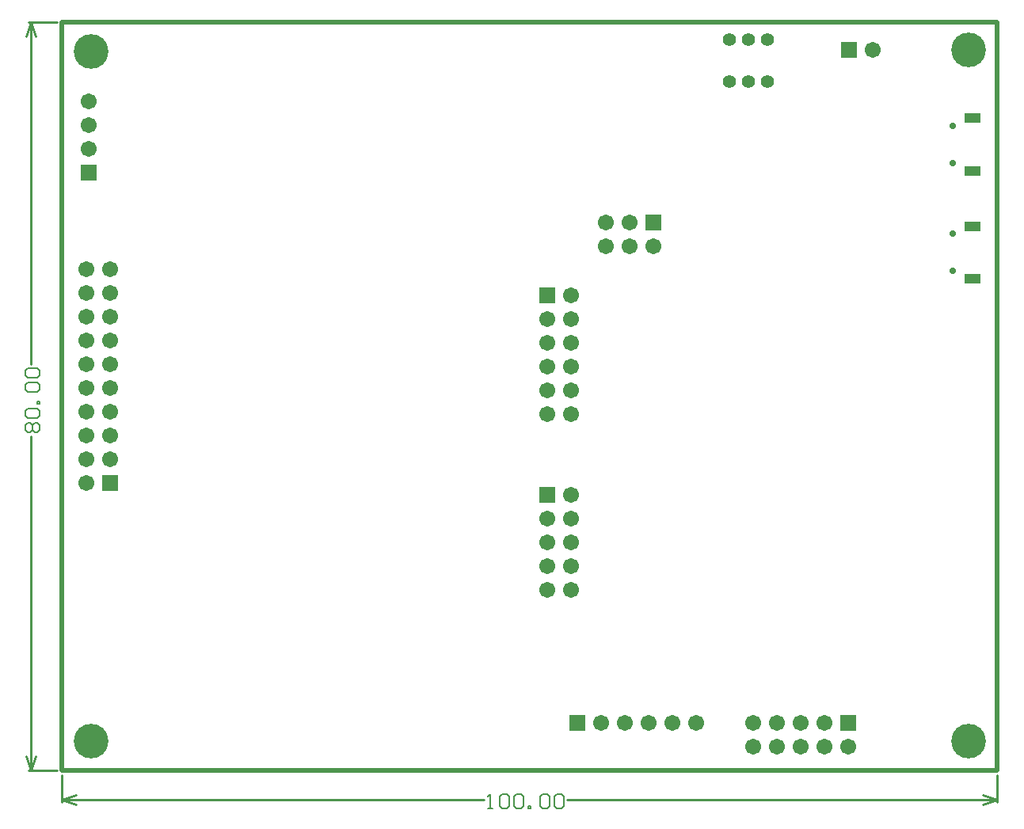
<source format=gbs>
G04*
G04 #@! TF.GenerationSoftware,Altium Limited,Altium Designer,18.1.9 (240)*
G04*
G04 Layer_Color=16711935*
%FSLAX24Y24*%
%MOIN*%
G70*
G01*
G75*
%ADD14C,0.0100*%
%ADD17C,0.0200*%
%ADD18C,0.0060*%
%ADD20C,0.0050*%
%ADD66C,0.0671*%
%ADD75R,0.0671X0.0671*%
%ADD76R,0.0671X0.0671*%
%ADD77R,0.0671X0.0395*%
%ADD78C,0.0277*%
%ADD79C,0.0552*%
%ADD80C,0.1458*%
D14*
X-1300Y31496D02*
X-1100Y30896D01*
X-1500D02*
X-1300Y31496D01*
X-1500Y600D02*
X-1300Y0D01*
X-1100Y600D01*
X-1300Y17098D02*
Y31496D01*
Y0D02*
Y14078D01*
X-1400Y31496D02*
X-200D01*
X-1400Y0D02*
X-200D01*
X0Y-1250D02*
X600Y-1050D01*
X0Y-1250D02*
X600Y-1450D01*
X38770D02*
X39370Y-1250D01*
X38770Y-1050D02*
X39370Y-1250D01*
X0D02*
X17766D01*
X21285D02*
X39370D01*
X0Y-1350D02*
Y-200D01*
X39370Y-1350D02*
Y-200D01*
D17*
X0Y0D02*
X39370D01*
Y31496D01*
X0Y0D02*
Y31496D01*
X39370D01*
D18*
X-1440Y14238D02*
X-1540Y14338D01*
Y14538D01*
X-1440Y14638D01*
X-1340D01*
X-1240Y14538D01*
X-1140Y14638D01*
X-1040D01*
X-940Y14538D01*
Y14338D01*
X-1040Y14238D01*
X-1140D01*
X-1240Y14338D01*
X-1340Y14238D01*
X-1440D01*
X-1240Y14338D02*
Y14538D01*
X-1440Y14838D02*
X-1540Y14938D01*
Y15138D01*
X-1440Y15238D01*
X-1040D01*
X-940Y15138D01*
Y14938D01*
X-1040Y14838D01*
X-1440D01*
X-940Y15438D02*
X-1040D01*
Y15538D01*
X-940D01*
Y15438D01*
X-1440Y15938D02*
X-1540Y16038D01*
Y16238D01*
X-1440Y16338D01*
X-1040D01*
X-940Y16238D01*
Y16038D01*
X-1040Y15938D01*
X-1440D01*
Y16538D02*
X-1540Y16638D01*
Y16838D01*
X-1440Y16938D01*
X-1040D01*
X-940Y16838D01*
Y16638D01*
X-1040Y16538D01*
X-1440D01*
X17926Y-1610D02*
X18125D01*
X18026D01*
Y-1010D01*
X17926Y-1110D01*
X18425D02*
X18525Y-1010D01*
X18725D01*
X18825Y-1110D01*
Y-1510D01*
X18725Y-1610D01*
X18525D01*
X18425Y-1510D01*
Y-1110D01*
X19025D02*
X19125Y-1010D01*
X19325D01*
X19425Y-1110D01*
Y-1510D01*
X19325Y-1610D01*
X19125D01*
X19025Y-1510D01*
Y-1110D01*
X19625Y-1610D02*
Y-1510D01*
X19725D01*
Y-1610D01*
X19625D01*
X20125Y-1110D02*
X20225Y-1010D01*
X20425D01*
X20525Y-1110D01*
Y-1510D01*
X20425Y-1610D01*
X20225D01*
X20125Y-1510D01*
Y-1110D01*
X20725D02*
X20825Y-1010D01*
X21025D01*
X21125Y-1110D01*
Y-1510D01*
X21025Y-1610D01*
X20825D01*
X20725Y-1510D01*
Y-1110D01*
D20*
X38562Y27372D02*
Y27552D01*
X38122Y27372D02*
Y27552D01*
Y27372D02*
X38562D01*
X38122Y27552D02*
X38562D01*
Y25148D02*
Y25328D01*
X38122Y25148D02*
Y25328D01*
Y25148D02*
X38562D01*
X38122Y25328D02*
X38562D01*
Y22822D02*
Y23002D01*
X38122Y22822D02*
Y23002D01*
Y22822D02*
X38562D01*
X38122Y23002D02*
X38562D01*
Y20598D02*
Y20778D01*
X38122Y20598D02*
Y20778D01*
Y20598D02*
X38562D01*
X38122Y20778D02*
X38562D01*
D66*
X26700Y2000D02*
D03*
X25700D02*
D03*
X24700D02*
D03*
X23700D02*
D03*
X22700D02*
D03*
X33100Y1000D02*
D03*
X32100Y2000D02*
D03*
Y1000D02*
D03*
X31100Y2000D02*
D03*
Y1000D02*
D03*
X30100Y2000D02*
D03*
Y1000D02*
D03*
X29100Y2000D02*
D03*
Y1000D02*
D03*
X1050Y21100D02*
D03*
X2050D02*
D03*
X1050Y20100D02*
D03*
X2050D02*
D03*
X1050Y19100D02*
D03*
X2050D02*
D03*
X1050Y18100D02*
D03*
X2050D02*
D03*
X1050Y17100D02*
D03*
X2050D02*
D03*
X1050Y16100D02*
D03*
X2050D02*
D03*
X1050Y15100D02*
D03*
X2050D02*
D03*
X1050Y14100D02*
D03*
X2050D02*
D03*
X1050Y13100D02*
D03*
X2050D02*
D03*
X1050Y12100D02*
D03*
X22900Y22067D02*
D03*
Y23067D02*
D03*
X23900Y22067D02*
D03*
Y23067D02*
D03*
X24900Y22067D02*
D03*
X34150Y30319D02*
D03*
X21450Y11600D02*
D03*
X20450Y10600D02*
D03*
X21450D02*
D03*
X20450Y9600D02*
D03*
X21450D02*
D03*
X20450Y8600D02*
D03*
X21450D02*
D03*
X20450Y7600D02*
D03*
X21450D02*
D03*
Y20000D02*
D03*
X20450Y19000D02*
D03*
X21450D02*
D03*
X20450Y18000D02*
D03*
X21450D02*
D03*
X20450Y17000D02*
D03*
X21450D02*
D03*
X20450Y16000D02*
D03*
X21450D02*
D03*
X20450Y15000D02*
D03*
X21450D02*
D03*
X1150Y26150D02*
D03*
Y27150D02*
D03*
Y28150D02*
D03*
D75*
X21700Y2000D02*
D03*
X33100D02*
D03*
X24900Y23067D02*
D03*
X33150Y30319D02*
D03*
D76*
X2050Y12100D02*
D03*
X20450Y11600D02*
D03*
Y20000D02*
D03*
X1150Y25150D02*
D03*
D77*
X38348Y27462D02*
D03*
Y25238D02*
D03*
Y22912D02*
D03*
Y20688D02*
D03*
D78*
X37501Y25563D02*
D03*
Y27137D02*
D03*
Y21013D02*
D03*
Y22587D02*
D03*
D79*
X28117Y30772D02*
D03*
X28905D02*
D03*
X29692D02*
D03*
Y29000D02*
D03*
X28905D02*
D03*
X28117D02*
D03*
D80*
X1231Y30269D02*
D03*
Y1231D02*
D03*
X38169D02*
D03*
Y30319D02*
D03*
M02*

</source>
